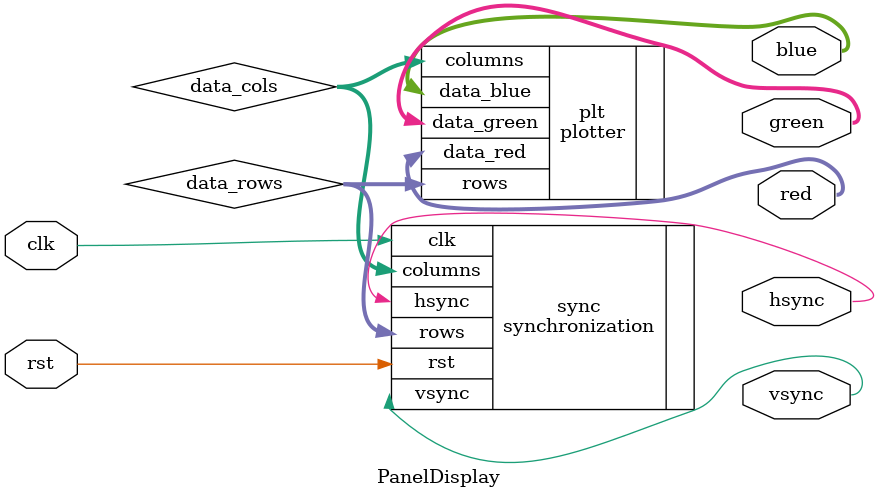
<source format=sv>
 module PanelDisplay(
	input logic clk,
	input logic rst,
	output logic hsync,
	output logic vsync,
	output logic [3:0] red,
	output logic [3:0] green,
	output logic [3:0] blue
);

logic [9:0] data_cols;
logic [9:0] data_rows;

synchronization sync (.clk(clk), 
					  .rst(rst), 
					  .hsync(hsync), 
					  .vsync(vsync),
					  .rows(data_rows),
					  .columns(data_cols)
					 );

plotter plt (.rows(data_rows),
			 .columns(data_cols),
			 .data_red(red),
			 .data_green(green),
			 .data_blue(blue)
			);


endmodule
</source>
